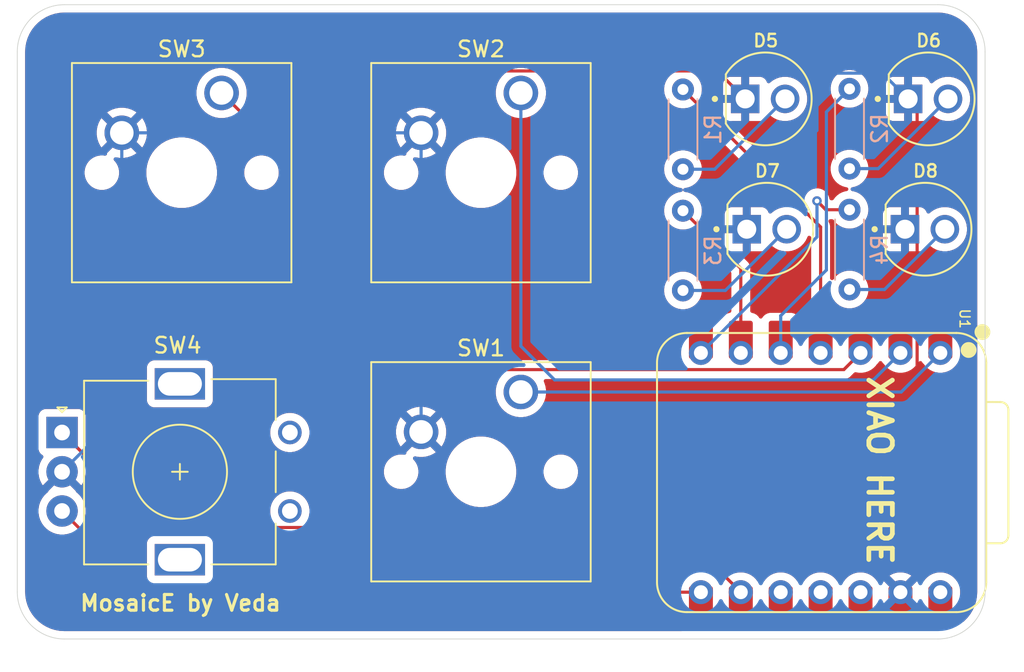
<source format=kicad_pcb>
(kicad_pcb (version 20241229) (generator "pcbnew") (generator_version "9.0")
  (layers (0 "F.Cu" signal) (2 "B.Cu" signal) (13 "F.Paste" user) (15 "B.Paste" user) (5 "F.SilkS" user "F.Silkscreen") (7 "B.SilkS" user "B.Silkscreen") (1 "F.Mask" user) (3 "B.Mask" user) (25 "Edge.Cuts" user))
  (net 0 "")
  (net 1 "Net-(D5-PadA)")
  (net 2 "GND")
  (net 3 "Net-(D6-PadA)")
  (net 4 "Net-(D7-PadA)")
  (net 5 "Net-(D8-PadA)")
  (net 6 "LED 1")
  (net 7 "LED 2")
  (net 8 "LED 3")
  (net 9 "LED 4")
  (net 10 "Button 1")
  (net 11 "Button 2")
  (net 12 "Button 3")
  (net 13 "ROT ENC A")
  (net 14 "ROT ENC B")
  (footprint "L08R5000Q1:LEDRD254W57D500H1070" (layer "F.Cu") (at 116.7 91.8)
    (property "Reference" "D5" (at 0.04 -3.708 0) (layer "F.SilkS") (effects (font (size 0.8 0.8))))
    (property "Value" "L08R5000Q1" (hide yes))
    (fp_line (start -2.5 -1.566) (end -2.5 1.566) (stroke (width 0.127)) (layer "F.SilkS"))
    (fp_arc (start -2.5 -1.566) (mid 2.961291 0) (end -2.5 1.566) (stroke (width 0.127)) (layer "F.SilkS"))
    (fp_circle (center -3.2 0) (end -3.1 0) (stroke (width 0.2)) (fill no) (layer "F.SilkS"))
    (pad "A" thru_hole circle (at 1.27 0) (size 1.815 1.815) (drill 1.21) (layers "*.Cu" "*.Mask") (net 1 "Net-(D5-PadA)"))
    (pad "C" thru_hole rect (at -1.27 0) (size 1.815 1.815) (drill 1.21) (layers "*.Cu" "*.Mask") (net 2 "GND"))
  )
  (footprint "Button_Switch_Keyboard:SW_Cherry_MX_1.00u_PCB" (layer "F.Cu") (at 82.1025 91.42)
    (property "Reference" "SW3" (at -2.54 -2.794 0) (layer "F.SilkS"))
    (property "Value" "SW_Push")
    (fp_line (start -9.525 -1.905) (end 4.445 -1.905) (stroke (width 0.12)) (layer "F.SilkS"))
    (fp_line (start -9.525 12.065) (end -9.525 -1.905) (stroke (width 0.12)) (layer "F.SilkS"))
    (fp_line (start 4.445 -1.905) (end 4.445 12.065) (stroke (width 0.12)) (layer "F.SilkS"))
    (fp_line (start 4.445 12.065) (end -9.525 12.065) (stroke (width 0.12)) (layer "F.SilkS"))
    (pad "" np_thru_hole circle (at -7.62 5.08) (size 1.7 1.7) (drill 1.7) (layers "*.Cu" "*.Mask"))
    (pad "" np_thru_hole circle (at -2.54 5.08) (size 4 4) (drill 4) (layers "*.Cu" "*.Mask"))
    (pad "" np_thru_hole circle (at 2.54 5.08) (size 1.7 1.7) (drill 1.7) (layers "*.Cu" "*.Mask"))
    (pad "1" thru_hole circle (at 0 0) (size 2.2 2.2) (drill 1.5) (layers "*.Cu" "*.Mask") (net 12 "Button 3"))
    (pad "2" thru_hole circle (at -6.35 2.54) (size 2.2 2.2) (drill 1.5) (layers "*.Cu" "*.Mask") (net 2 "GND"))
  )
  (footprint "Rotary_Encoder:RotaryEncoder_Alps_EC11E_Vertical_H20mm" (layer "F.Cu") (at 71.95 113.05)
    (property "Reference" "SW4" (at 7.35 -5.55 0) (layer "F.SilkS"))
    (property "Value" "RotaryEncoder")
    (fp_line (start -0.3 -1.6) (end 0.3 -1.6) (stroke (width 0.12)) (layer "F.SilkS"))
    (fp_line (start 0 -1.3) (end -0.3 -1.6) (stroke (width 0.12)) (layer "F.SilkS"))
    (fp_line (start 0.3 -1.6) (end 0 -1.3) (stroke (width 0.12)) (layer "F.SilkS"))
    (fp_line (start 1.4 -3.3) (end 1.4 8.4) (stroke (width 0.12)) (layer "F.SilkS"))
    (fp_line (start 5.5 -3.3) (end 1.4 -3.3) (stroke (width 0.12)) (layer "F.SilkS"))
    (fp_line (start 5.5 8.4) (end 1.4 8.4) (stroke (width 0.12)) (layer "F.SilkS"))
    (fp_line (start 7 2.5) (end 8 2.5) (stroke (width 0.12)) (layer "F.SilkS"))
    (fp_line (start 7.5 2) (end 7.5 3) (stroke (width 0.12)) (layer "F.SilkS"))
    (fp_line (start 9.5 -3.4) (end 13.6 -3.4) (stroke (width 0.12)) (layer "F.SilkS"))
    (fp_line (start 13.6 -3.4) (end 13.6 -0.8) (stroke (width 0.12)) (layer "F.SilkS"))
    (fp_line (start 13.6 1.2) (end 13.6 3.8) (stroke (width 0.12)) (layer "F.SilkS"))
    (fp_line (start 13.6 5.8) (end 13.6 8.4) (stroke (width 0.12)) (layer "F.SilkS"))
    (fp_line (start 13.6 8.4) (end 9.5 8.4) (stroke (width 0.12)) (layer "F.SilkS"))
    (fp_circle (center 7.5 2.5) (end 10.5 2.5) (stroke (width 0.12)) (fill no) (layer "F.SilkS"))
    (pad "" thru_hole circle (at 14.5 0) (size 1.5 1.5) (drill 1) (layers "*.Cu" "*.Mask"))
    (pad "" thru_hole circle (at 14.5 5) (size 1.5 1.5) (drill 1) (layers "*.Cu" "*.Mask"))
    (pad "A" thru_hole rect (at 0 0) (size 2 2) (drill 1) (layers "*.Cu" "*.Mask") (net 13 "ROT ENC A"))
    (pad "B" thru_hole circle (at 0 5) (size 2 2) (drill 1) (layers "*.Cu" "*.Mask") (net 14 "ROT ENC B"))
    (pad "C" thru_hole circle (at 0 2.5) (size 2 2) (drill 1) (layers "*.Cu" "*.Mask") (net 2 "GND"))
    (pad "MP" thru_hole rect (at 7.5 -3.1) (size 3.2 2) (drill oval 2.8 1.5) (layers "*.Cu" "*.Mask"))
    (pad "MP" thru_hole rect (at 7.5 8.1) (size 3.2 2) (drill oval 2.8 1.5) (layers "*.Cu" "*.Mask"))
  )
  (footprint "L08R5000Q1:LEDRD254W57D500H1070" (layer "F.Cu") (at 116.8 100.1)
    (property "Reference" "D7" (at 0.04 -3.708 0) (layer "F.SilkS") (effects (font (size 0.8 0.8))))
    (property "Value" "L08R5000Q1" (hide yes))
    (fp_line (start -2.5 -1.566) (end -2.5 1.566) (stroke (width 0.127)) (layer "F.SilkS"))
    (fp_arc (start -2.5 -1.566) (mid 2.961291 0) (end -2.5 1.566) (stroke (width 0.127)) (layer "F.SilkS"))
    (fp_circle (center -3.2 0) (end -3.1 0) (stroke (width 0.2)) (fill no) (layer "F.SilkS"))
    (pad "A" thru_hole circle (at 1.27 0) (size 1.815 1.815) (drill 1.21) (layers "*.Cu" "*.Mask") (net 4 "Net-(D7-PadA)"))
    (pad "C" thru_hole rect (at -1.27 0) (size 1.815 1.815) (drill 1.21) (layers "*.Cu" "*.Mask") (net 2 "GND"))
  )
  (footprint "L08R5000Q1:LEDRD254W57D500H1070" (layer "F.Cu") (at 126.87 100.1)
    (property "Reference" "D8" (at 0.04 -3.708 0) (layer "F.SilkS") (effects (font (size 0.8 0.8))))
    (property "Value" "L08R5000Q1" (hide yes))
    (fp_line (start -2.5 -1.566) (end -2.5 1.566) (stroke (width 0.127)) (layer "F.SilkS"))
    (fp_arc (start -2.5 -1.566) (mid 2.961291 0) (end -2.5 1.566) (stroke (width 0.127)) (layer "F.SilkS"))
    (fp_circle (center -3.2 0) (end -3.1 0) (stroke (width 0.2)) (fill no) (layer "F.SilkS"))
    (pad "A" thru_hole circle (at 1.27 0) (size 1.815 1.815) (drill 1.21) (layers "*.Cu" "*.Mask") (net 5 "Net-(D8-PadA)"))
    (pad "C" thru_hole rect (at -1.27 0) (size 1.815 1.815) (drill 1.21) (layers "*.Cu" "*.Mask") (net 2 "GND"))
  )
  (footprint "L08R5000Q1:LEDRD254W57D500H1070" (layer "F.Cu") (at 127.07 91.8)
    (property "Reference" "D6" (at 0.04 -3.708 0) (layer "F.SilkS") (effects (font (size 0.8 0.8))))
    (property "Value" "L08R5000Q1" (hide yes))
    (fp_line (start -2.5 -1.566) (end -2.5 1.566) (stroke (width 0.127)) (layer "F.SilkS"))
    (fp_arc (start -2.5 -1.566) (mid 2.961291 0) (end -2.5 1.566) (stroke (width 0.127)) (layer "F.SilkS"))
    (fp_circle (center -3.2 0) (end -3.1 0) (stroke (width 0.2)) (fill no) (layer "F.SilkS"))
    (pad "A" thru_hole circle (at 1.27 0) (size 1.815 1.815) (drill 1.21) (layers "*.Cu" "*.Mask") (net 3 "Net-(D6-PadA)"))
    (pad "C" thru_hole rect (at -1.27 0) (size 1.815 1.815) (drill 1.21) (layers "*.Cu" "*.Mask") (net 2 "GND"))
  )
  (footprint "Button_Switch_Keyboard:SW_Cherry_MX_1.00u_PCB" (layer "F.Cu") (at 101.1525 110.47)
    (property "Reference" "SW1" (at -2.54 -2.794 0) (layer "F.SilkS"))
    (property "Value" "SW_Push")
    (fp_line (start -9.525 -1.905) (end 4.445 -1.905) (stroke (width 0.12)) (layer "F.SilkS"))
    (fp_line (start -9.525 12.065) (end -9.525 -1.905) (stroke (width 0.12)) (layer "F.SilkS"))
    (fp_line (start 4.445 -1.905) (end 4.445 12.065) (stroke (width 0.12)) (layer "F.SilkS"))
    (fp_line (start 4.445 12.065) (end -9.525 12.065) (stroke (width 0.12)) (layer "F.SilkS"))
    (pad "" np_thru_hole circle (at -7.62 5.08) (size 1.7 1.7) (drill 1.7) (layers "*.Cu" "*.Mask"))
    (pad "" np_thru_hole circle (at -2.54 5.08) (size 4 4) (drill 4) (layers "*.Cu" "*.Mask"))
    (pad "" np_thru_hole circle (at 2.54 5.08) (size 1.7 1.7) (drill 1.7) (layers "*.Cu" "*.Mask"))
    (pad "1" thru_hole circle (at 0 0) (size 2.2 2.2) (drill 1.5) (layers "*.Cu" "*.Mask") (net 10 "Button 1"))
    (pad "2" thru_hole circle (at -6.35 2.54) (size 2.2 2.2) (drill 1.5) (layers "*.Cu" "*.Mask") (net 2 "GND"))
  )
  (footprint "OPH:XIAO-RP2040-DIP" (layer "F.Cu") (at 120.2315 115.6 -90)
    (property "Reference" "U1" (at -9.8 -9.1685 270) (layer "F.SilkS") (effects (font (size 0.635 0.635) (thickness 0.1016))))
    (property "Value" "XIAO-RP2040-DIP")
    (fp_line (start -6.985 10.414) (end 6.985 10.414) (stroke (width 0.127)) (layer "F.SilkS"))
    (fp_line (start -8.89 8.509) (end -8.89 -8.636) (stroke (width 0.127)) (layer "F.SilkS"))
    (fp_line (start 8.89 8.509) (end 8.89 -8.636) (stroke (width 0.127)) (layer "F.SilkS"))
    (fp_line (start -4.495 -10.541) (end -4.491272 -11.451272) (stroke (width 0.127)) (layer "F.SilkS"))
    (fp_line (start 6.985 -10.541) (end -6.985 -10.541) (stroke (width 0.1)) (layer "F.SilkS"))
    (fp_line (start 6.985 -10.541) (end -6.985 -10.541) (stroke (width 0.127)) (layer "F.SilkS"))
    (fp_line (start 4.504 -11.451) (end 4.504 -10.541) (stroke (width 0.127)) (layer "F.SilkS"))
    (fp_line (start -3.991272 -11.951) (end 4.004 -11.951) (stroke (width 0.127)) (layer "F.SilkS"))
    (fp_arc (start -6.985 10.414) (mid -8.332038 9.856038) (end -8.89 8.509) (stroke (width 0.127)) (layer "F.SilkS"))
    (fp_arc (start 8.89 8.509) (mid 8.332038 9.856038) (end 6.985 10.414) (stroke (width 0.127)) (layer "F.SilkS"))
    (fp_arc (start -8.89 -8.636) (mid -8.332038 -9.983038) (end -6.985 -10.541) (stroke (width 0.127)) (layer "F.SilkS"))
    (fp_arc (start 6.985 -10.541) (mid 8.332038 -9.983038) (end 8.89 -8.636) (stroke (width 0.127)) (layer "F.SilkS"))
    (fp_arc (start -4.491272 -11.451272) (mid -4.344728 -11.80464) (end -3.991272 -11.951) (stroke (width 0.127)) (layer "F.SilkS"))
    (fp_arc (start 4.004 -11.951) (mid 4.357553 -11.804553) (end 4.504 -11.451) (stroke (width 0.127)) (layer "F.SilkS"))
    (fp_circle (center -7.807 -9.42) (end -7.807 -9.674) (stroke (width 0.5)) (fill yes) (layer "F.SilkS"))
    (fp_circle (center -8.95 -10.3) (end -8.95 -10.554) (stroke (width 0.5)) (fill yes) (layer "F.SilkS"))
    (pad "1" smd roundrect (at -8.455 -7.62 90) (size 2.432 1.524) (layers "F.Cu" "F.Mask") (roundrect_rratio 0.1) (net 10 "Button 1"))
    (pad "1" thru_hole circle (at -7.62 -7.62 90) (size 1.524 1.524) (drill 0.889) (layers "*.Cu" "*.Mask") (net 10 "Button 1"))
    (pad "2" smd roundrect (at -8.455 -5.08 90) (size 2.432 1.524) (layers "F.Cu" "F.Mask") (roundrect_rratio 0.1) (net 11 "Button 2"))
    (pad "2" thru_hole circle (at -7.62 -5.08 90) (size 1.524 1.524) (drill 0.889) (layers "*.Cu" "*.Mask") (net 11 "Button 2"))
    (pad "3" smd roundrect (at -8.455 -2.54 90) (size 2.432 1.524) (layers "F.Cu" "F.Mask") (roundrect_rratio 0.1) (net 12 "Button 3"))
    (pad "3" thru_hole circle (at -7.62 -2.54 90) (size 1.524 1.524) (drill 0.889) (layers "*.Cu" "*.Mask") (net 12 "Button 3"))
    (pad "4" smd roundrect (at -8.455 0 90) (size 2.432 1.524) (layers "F.Cu" "F.Mask") (roundrect_rratio 0.1) (net 6 "LED 1"))
    (pad "4" thru_hole circle (at -7.62 0 90) (size 1.524 1.524) (drill 0.889) (layers "*.Cu" "*.Mask") (net 6 "LED 1"))
    (pad "5" smd roundrect (at -8.455 2.54 90) (size 2.432 1.524) (layers "F.Cu" "F.Mask") (roundrect_rratio 0.1) (net 7 "LED 2"))
    (pad "5" thru_hole circle (at -7.62 2.54 90) (size 1.524 1.524) (drill 0.889) (layers "*.Cu" "*.Mask") (net 7 "LED 2"))
    (pad "6" smd roundrect (at -8.455 5.08 90) (size 2.432 1.524) (layers "F.Cu" "F.Mask") (roundrect_rratio 0.1) (net 8 "LED 3"))
    (pad "6" thru_hole circle (at -7.62 5.08 90) (size 1.524 1.524) (drill 0.889) (layers "*.Cu" "*.Mask") (net 8 "LED 3"))
    (pad "7" smd roundrect (at -8.455 7.62 90) (size 2.432 1.524) (layers "F.Cu" "F.Mask") (roundrect_rratio 0.1) (net 9 "LED 4"))
    (pad "7" thru_hole circle (at -7.62 7.62 90) (size 1.524 1.524) (drill 0.889) (layers "*.Cu" "*.Mask") (net 9 "LED 4"))
    (pad "8" thru_hole circle (at 7.62 7.62 270) (size 1.524 1.524) (drill 0.889) (layers "*.Cu" "*.Mask") (net 14 "ROT ENC B"))
    (pad "8" smd roundrect (at 8.455 7.62 270) (size 2.432 1.524) (layers "F.Cu" "F.Mask") (roundrect_rratio 0.1) (net 14 "ROT ENC B"))
    (pad "9" thru_hole circle (at 7.62 5.08 270) (size 1.524 1.524) (drill 0.889) (layers "*.Cu" "*.Mask") (net 13 "ROT ENC A"))
    (pad "9" smd roundrect (at 8.455 5.08 270) (size 2.432 1.524) (layers "F.Cu" "F.Mask") (roundrect_rratio 0.1) (net 13 "ROT ENC A"))
    (pad "10" thru_hole circle (at 7.62 2.54 270) (size 1.524 1.524) (drill 0.889) (layers "*.Cu" "*.Mask"))
    (pad "10" smd roundrect (at 8.455 2.54 270) (size 2.432 1.524) (layers "F.Cu" "F.Mask") (roundrect_rratio 0.1))
    (pad "11" thru_hole circle (at 7.62 0 270) (size 1.524 1.524) (drill 0.889) (layers "*.Cu" "*.Mask"))
    (pad "11" smd roundrect (at 8.455 0 270) (size 2.432 1.524) (layers "F.Cu" "F.Mask") (roundrect_rratio 0.1))
    (pad "12" thru_hole circle (at 7.62 -2.54 270) (size 1.524 1.524) (drill 0.889) (layers "*.Cu" "*.Mask"))
    (pad "12" smd roundrect (at 8.455 -2.54 270) (size 2.432 1.524) (layers "F.Cu" "F.Mask") (roundrect_rratio 0.1))
    (pad "13" thru_hole circle (at 7.62 -5.08 270) (size 1.524 1.524) (drill 0.889) (layers "*.Cu" "*.Mask") (net 2 "GND"))
    (pad "13" smd roundrect (at 8.455 -5.08 270) (size 2.432 1.524) (layers "F.Cu" "F.Mask") (roundrect_rratio 0.1) (net 2 "GND"))
    (pad "14" thru_hole circle (at 7.62 -7.62 270) (size 1.524 1.524) (drill 0.889) (layers "*.Cu" "*.Mask"))
    (pad "14" smd roundrect (at 8.455 -7.62 270) (size 2.432 1.524) (layers "F.Cu" "F.Mask") (roundrect_rratio 0.1))
  )
  (footprint "Button_Switch_Keyboard:SW_Cherry_MX_1.00u_PCB" (layer "F.Cu") (at 101.1525 91.42)
    (property "Reference" "SW2" (at -2.54 -2.794 0) (layer "F.SilkS"))
    (property "Value" "SW_Push")
    (fp_line (start -9.525 -1.905) (end 4.445 -1.905) (stroke (width 0.12)) (layer "F.SilkS"))
    (fp_line (start -9.525 12.065) (end -9.525 -1.905) (stroke (width 0.12)) (layer "F.SilkS"))
    (fp_line (start 4.445 -1.905) (end 4.445 12.065) (stroke (width 0.12)) (layer "F.SilkS"))
    (fp_line (start 4.445 12.065) (end -9.525 12.065) (stroke (width 0.12)) (layer "F.SilkS"))
    (pad "" np_thru_hole circle (at -7.62 5.08) (size 1.7 1.7) (drill 1.7) (layers "*.Cu" "*.Mask"))
    (pad "" np_thru_hole circle (at -2.54 5.08) (size 4 4) (drill 4) (layers "*.Cu" "*.Mask"))
    (pad "" np_thru_hole circle (at 2.54 5.08) (size 1.7 1.7) (drill 1.7) (layers "*.Cu" "*.Mask"))
    (pad "1" thru_hole circle (at 0 0) (size 2.2 2.2) (drill 1.5) (layers "*.Cu" "*.Mask") (net 11 "Button 2"))
    (pad "2" thru_hole circle (at -6.35 2.54) (size 2.2 2.2) (drill 1.5) (layers "*.Cu" "*.Mask") (net 2 "GND"))
  )
  (footprint "Resistor_THT:R_Axial_DIN0204_L3.6mm_D1.6mm_P5.08mm_Horizontal" (layer "B.Cu") (at 122.07 96.24 90)
    (property "Reference" "R2" (at 2.54 1.92 90) (layer "B.SilkS") (effects (justify mirror)))
    (property "Value" "R")
    (fp_line (start 0.62 -0.92) (end 4.46 -0.92) (stroke (width 0.12)) (layer "B.SilkS"))
    (fp_line (start 0.62 0.92) (end 4.46 0.92) (stroke (width 0.12)) (layer "B.SilkS"))
    (pad "1" thru_hole circle (at 0 0 90) (size 1.4 1.4) (drill 0.7) (layers "*.Cu" "*.Mask") (net 3 "Net-(D6-PadA)"))
    (pad "2" thru_hole circle (at 5.08 0 90) (size 1.4 1.4) (drill 0.7) (layers "*.Cu" "*.Mask") (net 7 "LED 2"))
  )
  (footprint "Resistor_THT:R_Axial_DIN0204_L3.6mm_D1.6mm_P5.08mm_Horizontal" (layer "B.Cu") (at 111.47 96.28 90)
    (property "Reference" "R1" (at 2.54 1.92 90) (layer "B.SilkS") (effects (justify mirror)))
    (property "Value" "R")
    (fp_line (start 0.62 -0.92) (end 4.46 -0.92) (stroke (width 0.12)) (layer "B.SilkS"))
    (fp_line (start 0.62 0.92) (end 4.46 0.92) (stroke (width 0.12)) (layer "B.SilkS"))
    (pad "1" thru_hole circle (at 0 0 90) (size 1.4 1.4) (drill 0.7) (layers "*.Cu" "*.Mask") (net 1 "Net-(D5-PadA)"))
    (pad "2" thru_hole circle (at 5.08 0 90) (size 1.4 1.4) (drill 0.7) (layers "*.Cu" "*.Mask") (net 6 "LED 1"))
  )
  (footprint "Resistor_THT:R_Axial_DIN0204_L3.6mm_D1.6mm_P5.08mm_Horizontal" (layer "B.Cu") (at 122.07 103.94 90)
    (property "Reference" "R4" (at 2.54 1.92 90) (layer "B.SilkS") (effects (justify mirror)))
    (property "Value" "R")
    (fp_line (start 0.62 -0.92) (end 4.46 -0.92) (stroke (width 0.12)) (layer "B.SilkS"))
    (fp_line (start 0.62 0.92) (end 4.46 0.92) (stroke (width 0.12)) (layer "B.SilkS"))
    (pad "1" thru_hole circle (at 0 0 90) (size 1.4 1.4) (drill 0.7) (layers "*.Cu" "*.Mask") (net 5 "Net-(D8-PadA)"))
    (pad "2" thru_hole circle (at 5.08 0 90) (size 1.4 1.4) (drill 0.7) (layers "*.Cu" "*.Mask") (net 9 "LED 4"))
  )
  (footprint "Resistor_THT:R_Axial_DIN0204_L3.6mm_D1.6mm_P5.08mm_Horizontal" (layer "B.Cu") (at 111.47 104 90)
    (property "Reference" "R3" (at 2.54 1.92 90) (layer "B.SilkS") (effects (justify mirror)))
    (property "Value" "R")
    (fp_line (start 0.62 -0.92) (end 4.46 -0.92) (stroke (width 0.12)) (layer "B.SilkS"))
    (fp_line (start 0.62 0.92) (end 4.46 0.92) (stroke (width 0.12)) (layer "B.SilkS"))
    (pad "1" thru_hole circle (at 0 0 90) (size 1.4 1.4) (drill 0.7) (layers "*.Cu" "*.Mask") (net 4 "Net-(D7-PadA)"))
    (pad "2" thru_hole circle (at 5.08 0 90) (size 1.4 1.4) (drill 0.7) (layers "*.Cu" "*.Mask") (net 8 "LED 3"))
  )
  (gr_arc (start 127.7 85.8) (mid 129.82132 86.67868) (end 130.7 88.8) (stroke (width 0.05)) (layer "Edge.Cuts"))
  (gr_arc (start 72.1 126.2) (mid 69.97868 125.32132) (end 69.1 123.2) (stroke (width 0.05)) (layer "Edge.Cuts"))
  (gr_line (start 127.7 126.2) (end 72.1 126.2) (stroke (width 0.05)) (layer "Edge.Cuts"))
  (gr_line (start 130.7 88.8) (end 130.7 123.2) (stroke (width 0.05)) (layer "Edge.Cuts"))
  (gr_line (start 69.1 123.2) (end 69.1 88.8) (stroke (width 0.05)) (layer "Edge.Cuts"))
  (gr_arc (start 69.1 88.8) (mid 69.97868 86.67868) (end 72.1 85.8) (stroke (width 0.05)) (layer "Edge.Cuts"))
  (gr_arc (start 130.7 123.2) (mid 129.82132 125.32132) (end 127.7 126.2) (stroke (width 0.05)) (layer "Edge.Cuts"))
  (gr_line (start 72.1 85.8) (end 127.7 85.8) (stroke (width 0.05)) (layer "Edge.Cuts"))
  (gr_text "MosaicE by Veda" (at 73 124.5 0) (layer "F.SilkS") (effects (font (size 1 1) (thickness 0.2) (bold yes)) (justify left bottom)))
  (gr_text "XIAO HERE" (at 123.1 109.3 270) (layer "F.SilkS") (effects (font (size 1.5 1.5) (thickness 0.3) (bold yes)) (justify left bottom)))
  (segment (start 113.49 96.28) (end 117.97 91.8) (width 0.2) (layer "B.Cu") (net 1))
  (segment (start 111.47 96.28) (end 113.49 96.28) (width 0.2) (layer "B.Cu") (net 1))
  (segment (start 126.3745 92.3745) (end 126.3745 122.157) (width 0.2) (layer "F.Cu") (net 2))
  (segment (start 126.3745 122.157) (end 125.3115 123.22) (width 0.2) (layer "F.Cu") (net 2))
  (segment (start 113.649 90.019) (end 98.7435 90.019) (width 0.2) (layer "F.Cu") (net 2))
  (segment (start 125.8 91.8) (end 126.3745 92.3745) (width 0.2) (layer "F.Cu") (net 2))
  (segment (start 115.43 91.8) (end 113.649 90.019) (width 0.2) (layer "F.Cu") (net 2))
  (segment (start 98.7435 90.019) (end 94.8025 93.96) (width 0.2) (layer "F.Cu") (net 2))
  (segment (start 120 90.6) (end 120 93.8) (width 0.2) (layer "B.Cu") (net 2))
  (segment (start 71.95 115.55) (end 75.7525 111.7475) (width 0.2) (layer "B.Cu") (net 2))
  (segment (start 75.7525 111.7475) (end 75.7525 93.96) (width 0.2) (layer "B.Cu") (net 2))
  (segment (start 115.43 90.17) (end 116 89.6) (width 0.2) (layer "B.Cu") (net 2))
  (segment (start 75.7525 93.96) (end 94.8025 93.96) (width 0.2) (layer "B.Cu") (net 2))
  (segment (start 124.159 90.159) (end 119.741 90.159) (width 0.2) (layer "B.Cu") (net 2))
  (segment (start 115.43 91.8) (end 115.43 90.17) (width 0.2) (layer "B.Cu") (net 2))
  (segment (start 115.53 98.27) (end 115.53 100.1) (width 0.2) (layer "B.Cu") (net 2))
  (segment (start 94.8025 93.96) (end 94.8025 113.01) (width 0.2) (layer "B.Cu") (net 2))
  (segment (start 125.8 91.8) (end 124.159 90.159) (width 0.2) (layer "B.Cu") (net 2))
  (segment (start 116 89.6) (end 119 89.6) (width 0.2) (layer "B.Cu") (net 2))
  (segment (start 120 93.8) (end 115.53 98.27) (width 0.2) (layer "B.Cu") (net 2))
  (segment (start 119.741 90.159) (end 119.65 90.25) (width 0.2) (layer "B.Cu") (net 2))
  (segment (start 119.65 90.25) (end 120 90.6) (width 0.2) (layer "B.Cu") (net 2))
  (segment (start 119 89.6) (end 119.65 90.25) (width 0.2) (layer "B.Cu") (net 2))
  (segment (start 123.9 96.24) (end 128.34 91.8) (width 0.2) (layer "B.Cu") (net 3))
  (segment (start 122.07 96.24) (end 123.9 96.24) (width 0.2) (layer "B.Cu") (net 3))
  (segment (start 111.47 104) (end 114.17 104) (width 0.2) (layer "B.Cu") (net 4))
  (segment (start 114.17 104) (end 118.07 100.1) (width 0.2) (layer "B.Cu") (net 4))
  (segment (start 122.07 103.94) (end 124.3 103.94) (width 0.2) (layer "B.Cu") (net 5))
  (segment (start 124.3 103.94) (end 128.14 100.1) (width 0.2) (layer "B.Cu") (net 5))
  (segment (start 111.47 91.2) (end 120.2315 99.9615) (width 0.2) (layer "F.Cu") (net 6))
  (segment (start 120.2315 99.9615) (end 120.2315 107.98) (width 0.2) (layer "F.Cu") (net 6))
  (segment (start 120.6 102.7) (end 117.6915 105.6085) (width 0.2) (layer "B.Cu") (net 7))
  (segment (start 120.6 92.63) (end 120.6 102.7) (width 0.2) (layer "B.Cu") (net 7))
  (segment (start 117.6915 105.6085) (end 117.6915 107.98) (width 0.2) (layer "B.Cu") (net 7))
  (segment (start 122.07 91.16) (end 120.6 92.63) (width 0.2) (layer "B.Cu") (net 7))
  (segment (start 111.47 98.92) (end 115.1515 102.6015) (width 0.2) (layer "F.Cu") (net 8))
  (segment (start 115.1515 102.6015) (end 115.1515 107.98) (width 0.2) (layer "F.Cu") (net 8))
  (segment (start 120.56 98.86) (end 120 98.3) (width 0.2) (layer "F.Cu") (net 9))
  (segment (start 122.07 98.86) (end 120.56 98.86) (width 0.2) (layer "F.Cu") (net 9))
  (via (at 120 98.3) (size 0.6) (drill 0.3) (layers "F.Cu" "B.Cu") (net 9))
  (segment (start 120 100.5915) (end 112.6115 107.98) (width 0.2) (layer "B.Cu") (net 9))
  (segment (start 120 98.3) (end 120 100.5915) (width 0.2) (layer "B.Cu") (net 9))
  (segment (start 101.1525 110.47) (end 125.3615 110.47) (width 0.2) (layer "B.Cu") (net 10))
  (segment (start 125.3615 110.47) (end 127.8515 107.98) (width 0.2) (layer "B.Cu") (net 10))
  (segment (start 103.301376 109.7) (end 123.5915 109.7) (width 0.2) (layer "B.Cu") (net 11))
  (segment (start 101.1525 107.551124) (end 103.301376 109.7) (width 0.2) (layer "B.Cu") (net 11))
  (segment (start 101.1525 91.42) (end 101.1525 107.551124) (width 0.2) (layer "B.Cu") (net 11))
  (segment (start 123.5915 109.7) (end 125.3115 107.98) (width 0.2) (layer "B.Cu") (net 11))
  (segment (start 99.7255 109.043) (end 121.7085 109.043) (width 0.2) (layer "F.Cu") (net 12))
  (segment (start 121.7085 109.043) (end 122.7715 107.98) (width 0.2) (layer "F.Cu") (net 12))
  (segment (start 82.1025 91.42) (end 99.7255 109.043) (width 0.2) (layer "F.Cu") (net 12))
  (segment (start 71.95 113.05) (end 78 119.1) (width 0.2) (layer "F.Cu") (net 13))
  (segment (start 111.0315 119.1) (end 115.1515 123.22) (width 0.2) (layer "F.Cu") (net 13))
  (segment (start 78 119.1) (end 111.0315 119.1) (width 0.2) (layer "F.Cu") (net 13))
  (segment (start 71.95 118.05) (end 77.12 123.22) (width 0.2) (layer "F.Cu") (net 14))
  (segment (start 77.12 123.22) (end 112.6115 123.22) (width 0.2) (layer "F.Cu") (net 14))
  (zone (net 2) (net_name "GND") (layers "F.Cu" "B.Cu") (connect_pads (clearance 0.5)) (min_thickness 0.25) (fill yes (thermal_gap 0.5) (thermal_bridge_width 0.5))
    (polygon (pts (xy 68 85.5) (xy 132.9 85.5) (xy 133.2 127.8) (xy 68.1 128.3)))
  )
)
</source>
